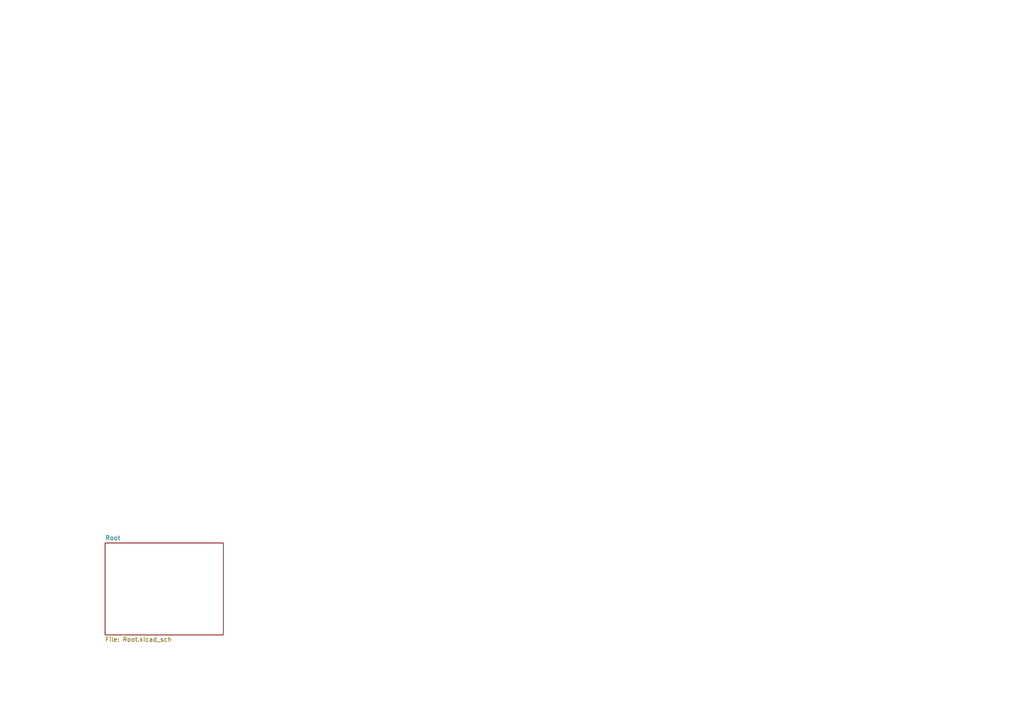
<source format=kicad_sch>
(kicad_sch
	(version 20250114)
	(generator "eeschema")
	(generator_version "9.0")
	(uuid "d784c6f3-1f62-4397-857c-3a97e2a0cbd1")
	(paper "A4")
	(lib_symbols)
	(sheet
		(at 30.48 157.48)
		(size 34.29 26.67)
		(exclude_from_sim no)
		(in_bom yes)
		(on_board yes)
		(dnp no)
		(fields_autoplaced yes)
		(stroke
			(width 0.1524)
			(type solid)
		)
		(fill
			(color 0 0 0 0.0000)
		)
		(uuid "9d08b115-8d2a-4cae-b926-cec128a135e3")
		(property "Sheetname" "Root"
			(at 30.48 156.7684 0)
			(effects
				(font
					(size 1.27 1.27)
				)
				(justify left bottom)
			)
		)
		(property "Sheetfile" "Root.kicad_sch"
			(at 30.48 184.7346 0)
			(effects
				(font
					(size 1.27 1.27)
				)
				(justify left top)
			)
		)
		(instances
			(project "GMA1_SOM"
				(path "/d784c6f3-1f62-4397-857c-3a97e2a0cbd1"
					(page "2")
				)
			)
		)
	)
	(sheet_instances
		(path "/"
			(page "1")
		)
	)
	(embedded_fonts no)
)

</source>
